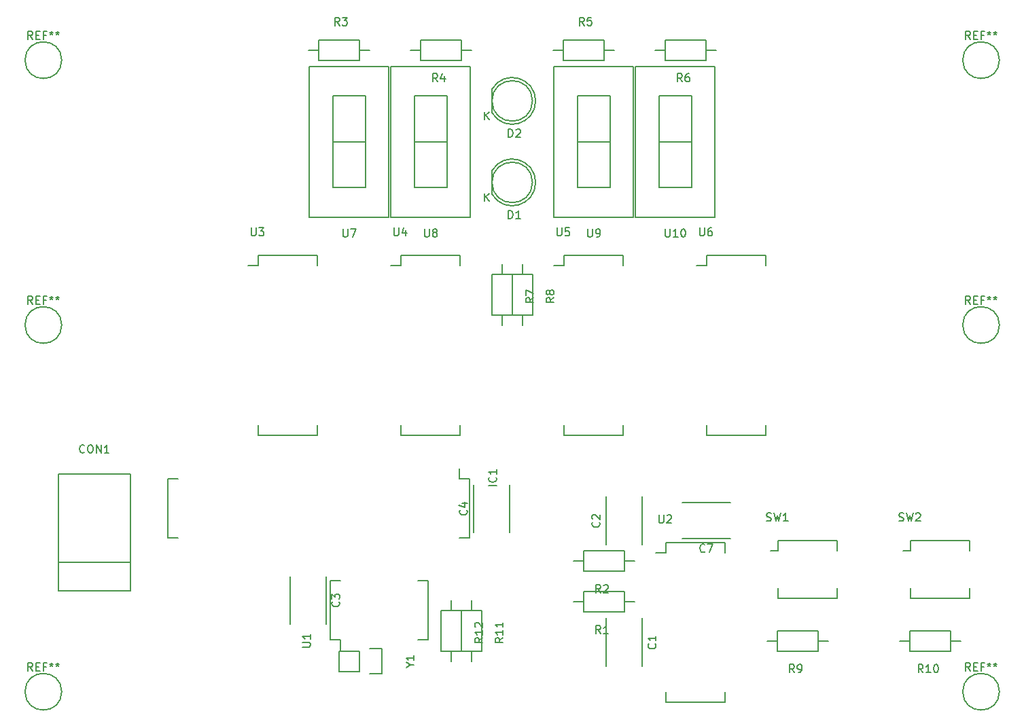
<source format=gbr>
G04 #@! TF.FileFunction,Legend,Top*
%FSLAX46Y46*%
G04 Gerber Fmt 4.6, Leading zero omitted, Abs format (unit mm)*
G04 Created by KiCad (PCBNEW (2015-12-07 BZR 6352)-product) date Fri 22 Apr 2016 06:39:40 PM EDT*
%MOMM*%
G01*
G04 APERTURE LIST*
%ADD10C,0.100000*%
%ADD11C,0.150000*%
G04 APERTURE END LIST*
D10*
D11*
X51308000Y73660000D02*
X51308000Y79375000D01*
X51308000Y79375000D02*
X55372000Y79375000D01*
X55372000Y79375000D02*
X55372000Y67945000D01*
X55372000Y67945000D02*
X51308000Y67945000D01*
X51308000Y67945000D02*
X51308000Y73660000D01*
X51308000Y73660000D02*
X55372000Y73660000D01*
X48387000Y64262000D02*
X58293000Y64262000D01*
X58293000Y64262000D02*
X58293000Y83058000D01*
X58293000Y83058000D02*
X48387000Y83058000D01*
X48387000Y83058000D02*
X48387000Y64262000D01*
X6929120Y21198840D02*
X15930880Y21198840D01*
X6929120Y17698720D02*
X15930880Y17698720D01*
X15930880Y17698720D02*
X15930880Y32199580D01*
X15930880Y32199580D02*
X6929120Y32199580D01*
X6929120Y32199580D02*
X6929120Y17698720D01*
X82685000Y23645000D02*
X82685000Y22375000D01*
X90035000Y23645000D02*
X90035000Y22375000D01*
X90035000Y3815000D02*
X90035000Y5085000D01*
X82685000Y3815000D02*
X82685000Y5085000D01*
X82685000Y23645000D02*
X90035000Y23645000D01*
X82685000Y3815000D02*
X90035000Y3815000D01*
X82685000Y22375000D02*
X81400000Y22375000D01*
X81788000Y73660000D02*
X81788000Y79375000D01*
X81788000Y79375000D02*
X85852000Y79375000D01*
X85852000Y79375000D02*
X85852000Y67945000D01*
X85852000Y67945000D02*
X81788000Y67945000D01*
X81788000Y67945000D02*
X81788000Y73660000D01*
X81788000Y73660000D02*
X85852000Y73660000D01*
X78867000Y64262000D02*
X88773000Y64262000D01*
X88773000Y64262000D02*
X88773000Y83058000D01*
X88773000Y83058000D02*
X78867000Y83058000D01*
X78867000Y83058000D02*
X78867000Y64262000D01*
X31885000Y59445000D02*
X31885000Y58175000D01*
X39235000Y59445000D02*
X39235000Y58175000D01*
X39235000Y37075000D02*
X39235000Y38345000D01*
X31885000Y37075000D02*
X31885000Y38345000D01*
X31885000Y59445000D02*
X39235000Y59445000D01*
X31885000Y37075000D02*
X39235000Y37075000D01*
X31885000Y58175000D02*
X30600000Y58175000D01*
X79720000Y14230000D02*
X79720000Y8230000D01*
X75220000Y8230000D02*
X75220000Y14230000D01*
X75220000Y23390000D02*
X75220000Y29390000D01*
X79720000Y29390000D02*
X79720000Y23390000D01*
X40310000Y19470000D02*
X40310000Y13470000D01*
X35810000Y13470000D02*
X35810000Y19470000D01*
X58710000Y24900000D02*
X58710000Y30900000D01*
X63210000Y30900000D02*
X63210000Y24900000D01*
X90670000Y24180000D02*
X84670000Y24180000D01*
X84670000Y28680000D02*
X90670000Y28680000D01*
X61015112Y67055096D02*
G75*
G03X61000000Y70080000I2484888J1524904D01*
G01*
X61000000Y67080000D02*
X61000000Y70080000D01*
X66017936Y68580000D02*
G75*
G03X66017936Y68580000I-2517936J0D01*
G01*
X61015112Y77215096D02*
G75*
G03X61000000Y80240000I2484888J1524904D01*
G01*
X61000000Y77240000D02*
X61000000Y80240000D01*
X66017936Y78740000D02*
G75*
G03X66017936Y78740000I-2517936J0D01*
G01*
X58175000Y31615000D02*
X56905000Y31615000D01*
X58175000Y24265000D02*
X56905000Y24265000D01*
X20565000Y24265000D02*
X21835000Y24265000D01*
X20565000Y31615000D02*
X21835000Y31615000D01*
X58175000Y31615000D02*
X58175000Y24265000D01*
X20565000Y31615000D02*
X20565000Y24265000D01*
X56905000Y31615000D02*
X56905000Y32900000D01*
X77470000Y15000000D02*
X72390000Y15000000D01*
X72390000Y15000000D02*
X72390000Y17540000D01*
X72390000Y17540000D02*
X77470000Y17540000D01*
X77470000Y17540000D02*
X77470000Y15000000D01*
X77470000Y16270000D02*
X78740000Y16270000D01*
X72390000Y16270000D02*
X71120000Y16270000D01*
X77470000Y20080000D02*
X72390000Y20080000D01*
X72390000Y20080000D02*
X72390000Y22620000D01*
X72390000Y22620000D02*
X77470000Y22620000D01*
X77470000Y22620000D02*
X77470000Y20080000D01*
X77470000Y21350000D02*
X78740000Y21350000D01*
X72390000Y21350000D02*
X71120000Y21350000D01*
X39370000Y86360000D02*
X44450000Y86360000D01*
X44450000Y86360000D02*
X44450000Y83820000D01*
X44450000Y83820000D02*
X39370000Y83820000D01*
X39370000Y83820000D02*
X39370000Y86360000D01*
X39370000Y85090000D02*
X38100000Y85090000D01*
X44450000Y85090000D02*
X45720000Y85090000D01*
X57150000Y83820000D02*
X52070000Y83820000D01*
X52070000Y83820000D02*
X52070000Y86360000D01*
X52070000Y86360000D02*
X57150000Y86360000D01*
X57150000Y86360000D02*
X57150000Y83820000D01*
X57150000Y85090000D02*
X58420000Y85090000D01*
X52070000Y85090000D02*
X50800000Y85090000D01*
X69850000Y86360000D02*
X74930000Y86360000D01*
X74930000Y86360000D02*
X74930000Y83820000D01*
X74930000Y83820000D02*
X69850000Y83820000D01*
X69850000Y83820000D02*
X69850000Y86360000D01*
X69850000Y85090000D02*
X68580000Y85090000D01*
X74930000Y85090000D02*
X76200000Y85090000D01*
X87630000Y83820000D02*
X82550000Y83820000D01*
X82550000Y83820000D02*
X82550000Y86360000D01*
X82550000Y86360000D02*
X87630000Y86360000D01*
X87630000Y86360000D02*
X87630000Y83820000D01*
X87630000Y85090000D02*
X88900000Y85090000D01*
X82550000Y85090000D02*
X81280000Y85090000D01*
X63500000Y57150000D02*
X63500000Y52070000D01*
X63500000Y52070000D02*
X60960000Y52070000D01*
X60960000Y52070000D02*
X60960000Y57150000D01*
X60960000Y57150000D02*
X63500000Y57150000D01*
X62230000Y57150000D02*
X62230000Y58420000D01*
X62230000Y52070000D02*
X62230000Y50800000D01*
X66040000Y57150000D02*
X66040000Y52070000D01*
X66040000Y52070000D02*
X63500000Y52070000D01*
X63500000Y52070000D02*
X63500000Y57150000D01*
X63500000Y57150000D02*
X66040000Y57150000D01*
X64770000Y57150000D02*
X64770000Y58420000D01*
X64770000Y52070000D02*
X64770000Y50800000D01*
X101600000Y10160000D02*
X96520000Y10160000D01*
X96520000Y10160000D02*
X96520000Y12700000D01*
X96520000Y12700000D02*
X101600000Y12700000D01*
X101600000Y12700000D02*
X101600000Y10160000D01*
X101600000Y11430000D02*
X102870000Y11430000D01*
X96520000Y11430000D02*
X95250000Y11430000D01*
X118110000Y10160000D02*
X113030000Y10160000D01*
X113030000Y10160000D02*
X113030000Y12700000D01*
X113030000Y12700000D02*
X118110000Y12700000D01*
X118110000Y12700000D02*
X118110000Y10160000D01*
X118110000Y11430000D02*
X119380000Y11430000D01*
X113030000Y11430000D02*
X111760000Y11430000D01*
X96655000Y23885000D02*
X96655000Y22615000D01*
X104005000Y23885000D02*
X104005000Y22615000D01*
X104005000Y16755000D02*
X104005000Y18025000D01*
X96655000Y16755000D02*
X96655000Y18025000D01*
X96655000Y23885000D02*
X104005000Y23885000D01*
X96655000Y16755000D02*
X104005000Y16755000D01*
X96655000Y22615000D02*
X95720000Y22615000D01*
X113165000Y23885000D02*
X113165000Y22615000D01*
X120515000Y23885000D02*
X120515000Y22615000D01*
X120515000Y16755000D02*
X120515000Y18025000D01*
X113165000Y16755000D02*
X113165000Y18025000D01*
X113165000Y23885000D02*
X120515000Y23885000D01*
X113165000Y16755000D02*
X120515000Y16755000D01*
X113165000Y22615000D02*
X112230000Y22615000D01*
X40845000Y11565000D02*
X42115000Y11565000D01*
X40845000Y18915000D02*
X42115000Y18915000D01*
X53055000Y18915000D02*
X51785000Y18915000D01*
X53055000Y11565000D02*
X51785000Y11565000D01*
X40845000Y11565000D02*
X40845000Y18915000D01*
X53055000Y11565000D02*
X53055000Y18915000D01*
X42115000Y11565000D02*
X42115000Y10280000D01*
X49665000Y59445000D02*
X49665000Y58175000D01*
X57015000Y59445000D02*
X57015000Y58175000D01*
X57015000Y37075000D02*
X57015000Y38345000D01*
X49665000Y37075000D02*
X49665000Y38345000D01*
X49665000Y59445000D02*
X57015000Y59445000D01*
X49665000Y37075000D02*
X57015000Y37075000D01*
X49665000Y58175000D02*
X48380000Y58175000D01*
X69985000Y59445000D02*
X69985000Y58175000D01*
X77335000Y59445000D02*
X77335000Y58175000D01*
X77335000Y37075000D02*
X77335000Y38345000D01*
X69985000Y37075000D02*
X69985000Y38345000D01*
X69985000Y59445000D02*
X77335000Y59445000D01*
X69985000Y37075000D02*
X77335000Y37075000D01*
X69985000Y58175000D02*
X68700000Y58175000D01*
X87765000Y59445000D02*
X87765000Y58175000D01*
X95115000Y59445000D02*
X95115000Y58175000D01*
X95115000Y37075000D02*
X95115000Y38345000D01*
X87765000Y37075000D02*
X87765000Y38345000D01*
X87765000Y59445000D02*
X95115000Y59445000D01*
X87765000Y37075000D02*
X95115000Y37075000D01*
X87765000Y58175000D02*
X86480000Y58175000D01*
X41148000Y73660000D02*
X41148000Y79375000D01*
X41148000Y79375000D02*
X45212000Y79375000D01*
X45212000Y79375000D02*
X45212000Y67945000D01*
X45212000Y67945000D02*
X41148000Y67945000D01*
X41148000Y67945000D02*
X41148000Y73660000D01*
X41148000Y73660000D02*
X45212000Y73660000D01*
X38227000Y64262000D02*
X48133000Y64262000D01*
X48133000Y64262000D02*
X48133000Y83058000D01*
X48133000Y83058000D02*
X38227000Y83058000D01*
X38227000Y83058000D02*
X38227000Y64262000D01*
X71628000Y73660000D02*
X71628000Y79375000D01*
X71628000Y79375000D02*
X75692000Y79375000D01*
X75692000Y79375000D02*
X75692000Y67945000D01*
X75692000Y67945000D02*
X71628000Y67945000D01*
X71628000Y67945000D02*
X71628000Y73660000D01*
X71628000Y73660000D02*
X75692000Y73660000D01*
X68707000Y64262000D02*
X78613000Y64262000D01*
X78613000Y64262000D02*
X78613000Y83058000D01*
X78613000Y83058000D02*
X68707000Y83058000D01*
X68707000Y83058000D02*
X68707000Y64262000D01*
X59690000Y15240000D02*
X59690000Y10160000D01*
X59690000Y10160000D02*
X57150000Y10160000D01*
X57150000Y10160000D02*
X57150000Y15240000D01*
X57150000Y15240000D02*
X59690000Y15240000D01*
X58420000Y15240000D02*
X58420000Y16510000D01*
X58420000Y10160000D02*
X58420000Y8890000D01*
X57150000Y15240000D02*
X57150000Y10160000D01*
X57150000Y10160000D02*
X54610000Y10160000D01*
X54610000Y10160000D02*
X54610000Y15240000D01*
X54610000Y15240000D02*
X57150000Y15240000D01*
X55880000Y15240000D02*
X55880000Y16510000D01*
X55880000Y10160000D02*
X55880000Y8890000D01*
X44450000Y7620000D02*
X41910000Y7620000D01*
X47270000Y7340000D02*
X45720000Y7340000D01*
X44450000Y7620000D02*
X44450000Y10160000D01*
X45720000Y10440000D02*
X47270000Y10440000D01*
X47270000Y10440000D02*
X47270000Y7340000D01*
X44450000Y10160000D02*
X41910000Y10160000D01*
X41910000Y10160000D02*
X41910000Y7620000D01*
X124206000Y83820000D02*
G75*
G03X124206000Y83820000I-2286000J0D01*
G01*
X124206000Y5080000D02*
G75*
G03X124206000Y5080000I-2286000J0D01*
G01*
X7366000Y5080000D02*
G75*
G03X7366000Y5080000I-2286000J0D01*
G01*
X7366000Y83820000D02*
G75*
G03X7366000Y83820000I-2286000J0D01*
G01*
X7366000Y50800000D02*
G75*
G03X7366000Y50800000I-2286000J0D01*
G01*
X124206000Y50800000D02*
G75*
G03X124206000Y50800000I-2286000J0D01*
G01*
X52578095Y62777619D02*
X52578095Y61968095D01*
X52625714Y61872857D01*
X52673333Y61825238D01*
X52768571Y61777619D01*
X52959048Y61777619D01*
X53054286Y61825238D01*
X53101905Y61872857D01*
X53149524Y61968095D01*
X53149524Y62777619D01*
X53768571Y62349048D02*
X53673333Y62396667D01*
X53625714Y62444286D01*
X53578095Y62539524D01*
X53578095Y62587143D01*
X53625714Y62682381D01*
X53673333Y62730000D01*
X53768571Y62777619D01*
X53959048Y62777619D01*
X54054286Y62730000D01*
X54101905Y62682381D01*
X54149524Y62587143D01*
X54149524Y62539524D01*
X54101905Y62444286D01*
X54054286Y62396667D01*
X53959048Y62349048D01*
X53768571Y62349048D01*
X53673333Y62301429D01*
X53625714Y62253810D01*
X53578095Y62158571D01*
X53578095Y61968095D01*
X53625714Y61872857D01*
X53673333Y61825238D01*
X53768571Y61777619D01*
X53959048Y61777619D01*
X54054286Y61825238D01*
X54101905Y61872857D01*
X54149524Y61968095D01*
X54149524Y62158571D01*
X54101905Y62253810D01*
X54054286Y62301429D01*
X53959048Y62349048D01*
X10215715Y34941237D02*
X10168096Y34893618D01*
X10025239Y34845999D01*
X9930001Y34845999D01*
X9787143Y34893618D01*
X9691905Y34988856D01*
X9644286Y35084094D01*
X9596667Y35274570D01*
X9596667Y35417428D01*
X9644286Y35607904D01*
X9691905Y35703142D01*
X9787143Y35798380D01*
X9930001Y35845999D01*
X10025239Y35845999D01*
X10168096Y35798380D01*
X10215715Y35750761D01*
X10834762Y35845999D02*
X11025239Y35845999D01*
X11120477Y35798380D01*
X11215715Y35703142D01*
X11263334Y35512666D01*
X11263334Y35179332D01*
X11215715Y34988856D01*
X11120477Y34893618D01*
X11025239Y34845999D01*
X10834762Y34845999D01*
X10739524Y34893618D01*
X10644286Y34988856D01*
X10596667Y35179332D01*
X10596667Y35512666D01*
X10644286Y35703142D01*
X10739524Y35798380D01*
X10834762Y35845999D01*
X11691905Y34845999D02*
X11691905Y35845999D01*
X12263334Y34845999D01*
X12263334Y35845999D01*
X13263334Y34845999D02*
X12691905Y34845999D01*
X12977619Y34845999D02*
X12977619Y35845999D01*
X12882381Y35703142D01*
X12787143Y35607904D01*
X12691905Y35560285D01*
X81788095Y27117619D02*
X81788095Y26308095D01*
X81835714Y26212857D01*
X81883333Y26165238D01*
X81978571Y26117619D01*
X82169048Y26117619D01*
X82264286Y26165238D01*
X82311905Y26212857D01*
X82359524Y26308095D01*
X82359524Y27117619D01*
X82788095Y27022381D02*
X82835714Y27070000D01*
X82930952Y27117619D01*
X83169048Y27117619D01*
X83264286Y27070000D01*
X83311905Y27022381D01*
X83359524Y26927143D01*
X83359524Y26831905D01*
X83311905Y26689048D01*
X82740476Y26117619D01*
X83359524Y26117619D01*
X82581905Y62777619D02*
X82581905Y61968095D01*
X82629524Y61872857D01*
X82677143Y61825238D01*
X82772381Y61777619D01*
X82962858Y61777619D01*
X83058096Y61825238D01*
X83105715Y61872857D01*
X83153334Y61968095D01*
X83153334Y62777619D01*
X84153334Y61777619D02*
X83581905Y61777619D01*
X83867619Y61777619D02*
X83867619Y62777619D01*
X83772381Y62634762D01*
X83677143Y62539524D01*
X83581905Y62491905D01*
X84772381Y62777619D02*
X84867620Y62777619D01*
X84962858Y62730000D01*
X85010477Y62682381D01*
X85058096Y62587143D01*
X85105715Y62396667D01*
X85105715Y62158571D01*
X85058096Y61968095D01*
X85010477Y61872857D01*
X84962858Y61825238D01*
X84867620Y61777619D01*
X84772381Y61777619D01*
X84677143Y61825238D01*
X84629524Y61872857D01*
X84581905Y61968095D01*
X84534286Y62158571D01*
X84534286Y62396667D01*
X84581905Y62587143D01*
X84629524Y62682381D01*
X84677143Y62730000D01*
X84772381Y62777619D01*
X30988095Y62917619D02*
X30988095Y62108095D01*
X31035714Y62012857D01*
X31083333Y61965238D01*
X31178571Y61917619D01*
X31369048Y61917619D01*
X31464286Y61965238D01*
X31511905Y62012857D01*
X31559524Y62108095D01*
X31559524Y62917619D01*
X31940476Y62917619D02*
X32559524Y62917619D01*
X32226190Y62536667D01*
X32369048Y62536667D01*
X32464286Y62489048D01*
X32511905Y62441429D01*
X32559524Y62346190D01*
X32559524Y62108095D01*
X32511905Y62012857D01*
X32464286Y61965238D01*
X32369048Y61917619D01*
X32083333Y61917619D01*
X31988095Y61965238D01*
X31940476Y62012857D01*
X81327143Y11063334D02*
X81374762Y11015715D01*
X81422381Y10872858D01*
X81422381Y10777620D01*
X81374762Y10634762D01*
X81279524Y10539524D01*
X81184286Y10491905D01*
X80993810Y10444286D01*
X80850952Y10444286D01*
X80660476Y10491905D01*
X80565238Y10539524D01*
X80470000Y10634762D01*
X80422381Y10777620D01*
X80422381Y10872858D01*
X80470000Y11015715D01*
X80517619Y11063334D01*
X81422381Y12015715D02*
X81422381Y11444286D01*
X81422381Y11730000D02*
X80422381Y11730000D01*
X80565238Y11634762D01*
X80660476Y11539524D01*
X80708095Y11444286D01*
X74327143Y26223334D02*
X74374762Y26175715D01*
X74422381Y26032858D01*
X74422381Y25937620D01*
X74374762Y25794762D01*
X74279524Y25699524D01*
X74184286Y25651905D01*
X73993810Y25604286D01*
X73850952Y25604286D01*
X73660476Y25651905D01*
X73565238Y25699524D01*
X73470000Y25794762D01*
X73422381Y25937620D01*
X73422381Y26032858D01*
X73470000Y26175715D01*
X73517619Y26223334D01*
X73517619Y26604286D02*
X73470000Y26651905D01*
X73422381Y26747143D01*
X73422381Y26985239D01*
X73470000Y27080477D01*
X73517619Y27128096D01*
X73612857Y27175715D01*
X73708095Y27175715D01*
X73850952Y27128096D01*
X74422381Y26556667D01*
X74422381Y27175715D01*
X41917143Y16303334D02*
X41964762Y16255715D01*
X42012381Y16112858D01*
X42012381Y16017620D01*
X41964762Y15874762D01*
X41869524Y15779524D01*
X41774286Y15731905D01*
X41583810Y15684286D01*
X41440952Y15684286D01*
X41250476Y15731905D01*
X41155238Y15779524D01*
X41060000Y15874762D01*
X41012381Y16017620D01*
X41012381Y16112858D01*
X41060000Y16255715D01*
X41107619Y16303334D01*
X41012381Y16636667D02*
X41012381Y17255715D01*
X41393333Y16922381D01*
X41393333Y17065239D01*
X41440952Y17160477D01*
X41488571Y17208096D01*
X41583810Y17255715D01*
X41821905Y17255715D01*
X41917143Y17208096D01*
X41964762Y17160477D01*
X42012381Y17065239D01*
X42012381Y16779524D01*
X41964762Y16684286D01*
X41917143Y16636667D01*
X57817143Y27733334D02*
X57864762Y27685715D01*
X57912381Y27542858D01*
X57912381Y27447620D01*
X57864762Y27304762D01*
X57769524Y27209524D01*
X57674286Y27161905D01*
X57483810Y27114286D01*
X57340952Y27114286D01*
X57150476Y27161905D01*
X57055238Y27209524D01*
X56960000Y27304762D01*
X56912381Y27447620D01*
X56912381Y27542858D01*
X56960000Y27685715D01*
X57007619Y27733334D01*
X57245714Y28590477D02*
X57912381Y28590477D01*
X56864762Y28352381D02*
X57579048Y28114286D01*
X57579048Y28733334D01*
X87503334Y22572857D02*
X87455715Y22525238D01*
X87312858Y22477619D01*
X87217620Y22477619D01*
X87074762Y22525238D01*
X86979524Y22620476D01*
X86931905Y22715714D01*
X86884286Y22906190D01*
X86884286Y23049048D01*
X86931905Y23239524D01*
X86979524Y23334762D01*
X87074762Y23430000D01*
X87217620Y23477619D01*
X87312858Y23477619D01*
X87455715Y23430000D01*
X87503334Y23382381D01*
X87836667Y23477619D02*
X88503334Y23477619D01*
X88074762Y22477619D01*
X63015905Y64063619D02*
X63015905Y65063619D01*
X63254000Y65063619D01*
X63396858Y65016000D01*
X63492096Y64920762D01*
X63539715Y64825524D01*
X63587334Y64635048D01*
X63587334Y64492190D01*
X63539715Y64301714D01*
X63492096Y64206476D01*
X63396858Y64111238D01*
X63254000Y64063619D01*
X63015905Y64063619D01*
X64539715Y64063619D02*
X63968286Y64063619D01*
X64254000Y64063619D02*
X64254000Y65063619D01*
X64158762Y64920762D01*
X64063524Y64825524D01*
X63968286Y64777905D01*
X60063095Y66222619D02*
X60063095Y67222619D01*
X60634524Y66222619D02*
X60205952Y66794048D01*
X60634524Y67222619D02*
X60063095Y66651190D01*
X63015905Y74223619D02*
X63015905Y75223619D01*
X63254000Y75223619D01*
X63396858Y75176000D01*
X63492096Y75080762D01*
X63539715Y74985524D01*
X63587334Y74795048D01*
X63587334Y74652190D01*
X63539715Y74461714D01*
X63492096Y74366476D01*
X63396858Y74271238D01*
X63254000Y74223619D01*
X63015905Y74223619D01*
X63968286Y75128381D02*
X64015905Y75176000D01*
X64111143Y75223619D01*
X64349239Y75223619D01*
X64444477Y75176000D01*
X64492096Y75128381D01*
X64539715Y75033143D01*
X64539715Y74937905D01*
X64492096Y74795048D01*
X63920667Y74223619D01*
X64539715Y74223619D01*
X60063095Y76382619D02*
X60063095Y77382619D01*
X60634524Y76382619D02*
X60205952Y76954048D01*
X60634524Y77382619D02*
X60063095Y76811190D01*
X61552381Y30773810D02*
X60552381Y30773810D01*
X61457143Y31821429D02*
X61504762Y31773810D01*
X61552381Y31630953D01*
X61552381Y31535715D01*
X61504762Y31392857D01*
X61409524Y31297619D01*
X61314286Y31250000D01*
X61123810Y31202381D01*
X60980952Y31202381D01*
X60790476Y31250000D01*
X60695238Y31297619D01*
X60600000Y31392857D01*
X60552381Y31535715D01*
X60552381Y31630953D01*
X60600000Y31773810D01*
X60647619Y31821429D01*
X61552381Y32773810D02*
X61552381Y32202381D01*
X61552381Y32488095D02*
X60552381Y32488095D01*
X60695238Y32392857D01*
X60790476Y32297619D01*
X60838095Y32202381D01*
X74514414Y12317499D02*
X74181080Y12793690D01*
X73942985Y12317499D02*
X73942985Y13317499D01*
X74323938Y13317499D01*
X74419176Y13269880D01*
X74466795Y13222261D01*
X74514414Y13127023D01*
X74514414Y12984166D01*
X74466795Y12888928D01*
X74419176Y12841309D01*
X74323938Y12793690D01*
X73942985Y12793690D01*
X75466795Y12317499D02*
X74895366Y12317499D01*
X75181080Y12317499D02*
X75181080Y13317499D01*
X75085842Y13174642D01*
X74990604Y13079404D01*
X74895366Y13031785D01*
X74514414Y17397499D02*
X74181080Y17873690D01*
X73942985Y17397499D02*
X73942985Y18397499D01*
X74323938Y18397499D01*
X74419176Y18349880D01*
X74466795Y18302261D01*
X74514414Y18207023D01*
X74514414Y18064166D01*
X74466795Y17968928D01*
X74419176Y17921309D01*
X74323938Y17873690D01*
X73942985Y17873690D01*
X74895366Y18302261D02*
X74942985Y18349880D01*
X75038223Y18397499D01*
X75276319Y18397499D01*
X75371557Y18349880D01*
X75419176Y18302261D01*
X75466795Y18207023D01*
X75466795Y18111785D01*
X75419176Y17968928D01*
X74847747Y17397499D01*
X75466795Y17397499D01*
X41992254Y88137739D02*
X41658920Y88613930D01*
X41420825Y88137739D02*
X41420825Y89137739D01*
X41801778Y89137739D01*
X41897016Y89090120D01*
X41944635Y89042501D01*
X41992254Y88947263D01*
X41992254Y88804406D01*
X41944635Y88709168D01*
X41897016Y88661549D01*
X41801778Y88613930D01*
X41420825Y88613930D01*
X42325587Y89137739D02*
X42944635Y89137739D01*
X42611301Y88756787D01*
X42754159Y88756787D01*
X42849397Y88709168D01*
X42897016Y88661549D01*
X42944635Y88566310D01*
X42944635Y88328215D01*
X42897016Y88232977D01*
X42849397Y88185358D01*
X42754159Y88137739D01*
X42468444Y88137739D01*
X42373206Y88185358D01*
X42325587Y88232977D01*
X54194414Y81137499D02*
X53861080Y81613690D01*
X53622985Y81137499D02*
X53622985Y82137499D01*
X54003938Y82137499D01*
X54099176Y82089880D01*
X54146795Y82042261D01*
X54194414Y81947023D01*
X54194414Y81804166D01*
X54146795Y81708928D01*
X54099176Y81661309D01*
X54003938Y81613690D01*
X53622985Y81613690D01*
X55051557Y81804166D02*
X55051557Y81137499D01*
X54813461Y82185118D02*
X54575366Y81470832D01*
X55194414Y81470832D01*
X72472254Y88137739D02*
X72138920Y88613930D01*
X71900825Y88137739D02*
X71900825Y89137739D01*
X72281778Y89137739D01*
X72377016Y89090120D01*
X72424635Y89042501D01*
X72472254Y88947263D01*
X72472254Y88804406D01*
X72424635Y88709168D01*
X72377016Y88661549D01*
X72281778Y88613930D01*
X71900825Y88613930D01*
X73377016Y89137739D02*
X72900825Y89137739D01*
X72853206Y88661549D01*
X72900825Y88709168D01*
X72996063Y88756787D01*
X73234159Y88756787D01*
X73329397Y88709168D01*
X73377016Y88661549D01*
X73424635Y88566310D01*
X73424635Y88328215D01*
X73377016Y88232977D01*
X73329397Y88185358D01*
X73234159Y88137739D01*
X72996063Y88137739D01*
X72900825Y88185358D01*
X72853206Y88232977D01*
X84674414Y81137499D02*
X84341080Y81613690D01*
X84102985Y81137499D02*
X84102985Y82137499D01*
X84483938Y82137499D01*
X84579176Y82089880D01*
X84626795Y82042261D01*
X84674414Y81947023D01*
X84674414Y81804166D01*
X84626795Y81708928D01*
X84579176Y81661309D01*
X84483938Y81613690D01*
X84102985Y81613690D01*
X85531557Y82137499D02*
X85341080Y82137499D01*
X85245842Y82089880D01*
X85198223Y82042261D01*
X85102985Y81899404D01*
X85055366Y81708928D01*
X85055366Y81327975D01*
X85102985Y81232737D01*
X85150604Y81185118D01*
X85245842Y81137499D01*
X85436319Y81137499D01*
X85531557Y81185118D01*
X85579176Y81232737D01*
X85626795Y81327975D01*
X85626795Y81566070D01*
X85579176Y81661309D01*
X85531557Y81708928D01*
X85436319Y81756547D01*
X85245842Y81756547D01*
X85150604Y81708928D01*
X85102985Y81661309D01*
X85055366Y81566070D01*
X66182501Y54194414D02*
X65706310Y53861080D01*
X66182501Y53622985D02*
X65182501Y53622985D01*
X65182501Y54003938D01*
X65230120Y54099176D01*
X65277739Y54146795D01*
X65372977Y54194414D01*
X65515834Y54194414D01*
X65611072Y54146795D01*
X65658691Y54099176D01*
X65706310Y54003938D01*
X65706310Y53622985D01*
X65182501Y54527747D02*
X65182501Y55194414D01*
X66182501Y54765842D01*
X68722501Y54194414D02*
X68246310Y53861080D01*
X68722501Y53622985D02*
X67722501Y53622985D01*
X67722501Y54003938D01*
X67770120Y54099176D01*
X67817739Y54146795D01*
X67912977Y54194414D01*
X68055834Y54194414D01*
X68151072Y54146795D01*
X68198691Y54099176D01*
X68246310Y54003938D01*
X68246310Y53622985D01*
X68151072Y54765842D02*
X68103453Y54670604D01*
X68055834Y54622985D01*
X67960596Y54575366D01*
X67912977Y54575366D01*
X67817739Y54622985D01*
X67770120Y54670604D01*
X67722501Y54765842D01*
X67722501Y54956319D01*
X67770120Y55051557D01*
X67817739Y55099176D01*
X67912977Y55146795D01*
X67960596Y55146795D01*
X68055834Y55099176D01*
X68103453Y55051557D01*
X68151072Y54956319D01*
X68151072Y54765842D01*
X68198691Y54670604D01*
X68246310Y54622985D01*
X68341549Y54575366D01*
X68532025Y54575366D01*
X68627263Y54622985D01*
X68674882Y54670604D01*
X68722501Y54765842D01*
X68722501Y54956319D01*
X68674882Y55051557D01*
X68627263Y55099176D01*
X68532025Y55146795D01*
X68341549Y55146795D01*
X68246310Y55099176D01*
X68198691Y55051557D01*
X68151072Y54956319D01*
X98644414Y7477499D02*
X98311080Y7953690D01*
X98072985Y7477499D02*
X98072985Y8477499D01*
X98453938Y8477499D01*
X98549176Y8429880D01*
X98596795Y8382261D01*
X98644414Y8287023D01*
X98644414Y8144166D01*
X98596795Y8048928D01*
X98549176Y8001309D01*
X98453938Y7953690D01*
X98072985Y7953690D01*
X99120604Y7477499D02*
X99311080Y7477499D01*
X99406319Y7525118D01*
X99453938Y7572737D01*
X99549176Y7715594D01*
X99596795Y7906070D01*
X99596795Y8287023D01*
X99549176Y8382261D01*
X99501557Y8429880D01*
X99406319Y8477499D01*
X99215842Y8477499D01*
X99120604Y8429880D01*
X99072985Y8382261D01*
X99025366Y8287023D01*
X99025366Y8048928D01*
X99072985Y7953690D01*
X99120604Y7906070D01*
X99215842Y7858451D01*
X99406319Y7858451D01*
X99501557Y7906070D01*
X99549176Y7953690D01*
X99596795Y8048928D01*
X114678223Y7477499D02*
X114344889Y7953690D01*
X114106794Y7477499D02*
X114106794Y8477499D01*
X114487747Y8477499D01*
X114582985Y8429880D01*
X114630604Y8382261D01*
X114678223Y8287023D01*
X114678223Y8144166D01*
X114630604Y8048928D01*
X114582985Y8001309D01*
X114487747Y7953690D01*
X114106794Y7953690D01*
X115630604Y7477499D02*
X115059175Y7477499D01*
X115344889Y7477499D02*
X115344889Y8477499D01*
X115249651Y8334642D01*
X115154413Y8239404D01*
X115059175Y8191785D01*
X116249651Y8477499D02*
X116344890Y8477499D01*
X116440128Y8429880D01*
X116487747Y8382261D01*
X116535366Y8287023D01*
X116582985Y8096547D01*
X116582985Y7858451D01*
X116535366Y7667975D01*
X116487747Y7572737D01*
X116440128Y7525118D01*
X116344890Y7477499D01*
X116249651Y7477499D01*
X116154413Y7525118D01*
X116106794Y7572737D01*
X116059175Y7667975D01*
X116011556Y7858451D01*
X116011556Y8096547D01*
X116059175Y8287023D01*
X116106794Y8382261D01*
X116154413Y8429880D01*
X116249651Y8477499D01*
X95186667Y26405238D02*
X95329524Y26357619D01*
X95567620Y26357619D01*
X95662858Y26405238D01*
X95710477Y26452857D01*
X95758096Y26548095D01*
X95758096Y26643333D01*
X95710477Y26738571D01*
X95662858Y26786190D01*
X95567620Y26833810D01*
X95377143Y26881429D01*
X95281905Y26929048D01*
X95234286Y26976667D01*
X95186667Y27071905D01*
X95186667Y27167143D01*
X95234286Y27262381D01*
X95281905Y27310000D01*
X95377143Y27357619D01*
X95615239Y27357619D01*
X95758096Y27310000D01*
X96091429Y27357619D02*
X96329524Y26357619D01*
X96520001Y27071905D01*
X96710477Y26357619D01*
X96948572Y27357619D01*
X97853334Y26357619D02*
X97281905Y26357619D01*
X97567619Y26357619D02*
X97567619Y27357619D01*
X97472381Y27214762D01*
X97377143Y27119524D01*
X97281905Y27071905D01*
X111696667Y26405238D02*
X111839524Y26357619D01*
X112077620Y26357619D01*
X112172858Y26405238D01*
X112220477Y26452857D01*
X112268096Y26548095D01*
X112268096Y26643333D01*
X112220477Y26738571D01*
X112172858Y26786190D01*
X112077620Y26833810D01*
X111887143Y26881429D01*
X111791905Y26929048D01*
X111744286Y26976667D01*
X111696667Y27071905D01*
X111696667Y27167143D01*
X111744286Y27262381D01*
X111791905Y27310000D01*
X111887143Y27357619D01*
X112125239Y27357619D01*
X112268096Y27310000D01*
X112601429Y27357619D02*
X112839524Y26357619D01*
X113030001Y27071905D01*
X113220477Y26357619D01*
X113458572Y27357619D01*
X113791905Y27262381D02*
X113839524Y27310000D01*
X113934762Y27357619D01*
X114172858Y27357619D01*
X114268096Y27310000D01*
X114315715Y27262381D01*
X114363334Y27167143D01*
X114363334Y27071905D01*
X114315715Y26929048D01*
X113744286Y26357619D01*
X114363334Y26357619D01*
X37372381Y10668095D02*
X38181905Y10668095D01*
X38277143Y10715714D01*
X38324762Y10763333D01*
X38372381Y10858571D01*
X38372381Y11049048D01*
X38324762Y11144286D01*
X38277143Y11191905D01*
X38181905Y11239524D01*
X37372381Y11239524D01*
X38372381Y12239524D02*
X38372381Y11668095D01*
X38372381Y11953809D02*
X37372381Y11953809D01*
X37515238Y11858571D01*
X37610476Y11763333D01*
X37658095Y11668095D01*
X48768095Y62917619D02*
X48768095Y62108095D01*
X48815714Y62012857D01*
X48863333Y61965238D01*
X48958571Y61917619D01*
X49149048Y61917619D01*
X49244286Y61965238D01*
X49291905Y62012857D01*
X49339524Y62108095D01*
X49339524Y62917619D01*
X50244286Y62584286D02*
X50244286Y61917619D01*
X50006190Y62965238D02*
X49768095Y62250952D01*
X50387143Y62250952D01*
X69088095Y62917619D02*
X69088095Y62108095D01*
X69135714Y62012857D01*
X69183333Y61965238D01*
X69278571Y61917619D01*
X69469048Y61917619D01*
X69564286Y61965238D01*
X69611905Y62012857D01*
X69659524Y62108095D01*
X69659524Y62917619D01*
X70611905Y62917619D02*
X70135714Y62917619D01*
X70088095Y62441429D01*
X70135714Y62489048D01*
X70230952Y62536667D01*
X70469048Y62536667D01*
X70564286Y62489048D01*
X70611905Y62441429D01*
X70659524Y62346190D01*
X70659524Y62108095D01*
X70611905Y62012857D01*
X70564286Y61965238D01*
X70469048Y61917619D01*
X70230952Y61917619D01*
X70135714Y61965238D01*
X70088095Y62012857D01*
X86868095Y62917619D02*
X86868095Y62108095D01*
X86915714Y62012857D01*
X86963333Y61965238D01*
X87058571Y61917619D01*
X87249048Y61917619D01*
X87344286Y61965238D01*
X87391905Y62012857D01*
X87439524Y62108095D01*
X87439524Y62917619D01*
X88344286Y62917619D02*
X88153809Y62917619D01*
X88058571Y62870000D01*
X88010952Y62822381D01*
X87915714Y62679524D01*
X87868095Y62489048D01*
X87868095Y62108095D01*
X87915714Y62012857D01*
X87963333Y61965238D01*
X88058571Y61917619D01*
X88249048Y61917619D01*
X88344286Y61965238D01*
X88391905Y62012857D01*
X88439524Y62108095D01*
X88439524Y62346190D01*
X88391905Y62441429D01*
X88344286Y62489048D01*
X88249048Y62536667D01*
X88058571Y62536667D01*
X87963333Y62489048D01*
X87915714Y62441429D01*
X87868095Y62346190D01*
X42418095Y62777619D02*
X42418095Y61968095D01*
X42465714Y61872857D01*
X42513333Y61825238D01*
X42608571Y61777619D01*
X42799048Y61777619D01*
X42894286Y61825238D01*
X42941905Y61872857D01*
X42989524Y61968095D01*
X42989524Y62777619D01*
X43370476Y62777619D02*
X44037143Y62777619D01*
X43608571Y61777619D01*
X72898095Y62777619D02*
X72898095Y61968095D01*
X72945714Y61872857D01*
X72993333Y61825238D01*
X73088571Y61777619D01*
X73279048Y61777619D01*
X73374286Y61825238D01*
X73421905Y61872857D01*
X73469524Y61968095D01*
X73469524Y62777619D01*
X73993333Y61777619D02*
X74183809Y61777619D01*
X74279048Y61825238D01*
X74326667Y61872857D01*
X74421905Y62015714D01*
X74469524Y62206190D01*
X74469524Y62587143D01*
X74421905Y62682381D01*
X74374286Y62730000D01*
X74279048Y62777619D01*
X74088571Y62777619D01*
X73993333Y62730000D01*
X73945714Y62682381D01*
X73898095Y62587143D01*
X73898095Y62349048D01*
X73945714Y62253810D01*
X73993333Y62206190D01*
X74088571Y62158571D01*
X74279048Y62158571D01*
X74374286Y62206190D01*
X74421905Y62253810D01*
X74469524Y62349048D01*
X62372501Y11808223D02*
X61896310Y11474889D01*
X62372501Y11236794D02*
X61372501Y11236794D01*
X61372501Y11617747D01*
X61420120Y11712985D01*
X61467739Y11760604D01*
X61562977Y11808223D01*
X61705834Y11808223D01*
X61801072Y11760604D01*
X61848691Y11712985D01*
X61896310Y11617747D01*
X61896310Y11236794D01*
X62372501Y12760604D02*
X62372501Y12189175D01*
X62372501Y12474889D02*
X61372501Y12474889D01*
X61515358Y12379651D01*
X61610596Y12284413D01*
X61658215Y12189175D01*
X62372501Y13712985D02*
X62372501Y13141556D01*
X62372501Y13427270D02*
X61372501Y13427270D01*
X61515358Y13332032D01*
X61610596Y13236794D01*
X61658215Y13141556D01*
X59832501Y11808223D02*
X59356310Y11474889D01*
X59832501Y11236794D02*
X58832501Y11236794D01*
X58832501Y11617747D01*
X58880120Y11712985D01*
X58927739Y11760604D01*
X59022977Y11808223D01*
X59165834Y11808223D01*
X59261072Y11760604D01*
X59308691Y11712985D01*
X59356310Y11617747D01*
X59356310Y11236794D01*
X59832501Y12760604D02*
X59832501Y12189175D01*
X59832501Y12474889D02*
X58832501Y12474889D01*
X58975358Y12379651D01*
X59070596Y12284413D01*
X59118215Y12189175D01*
X58927739Y13141556D02*
X58880120Y13189175D01*
X58832501Y13284413D01*
X58832501Y13522509D01*
X58880120Y13617747D01*
X58927739Y13665366D01*
X59022977Y13712985D01*
X59118215Y13712985D01*
X59261072Y13665366D01*
X59832501Y13093937D01*
X59832501Y13712985D01*
X50796190Y8413809D02*
X51272381Y8413809D01*
X50272381Y8080476D02*
X50796190Y8413809D01*
X50272381Y8747143D01*
X51272381Y9604286D02*
X51272381Y9032857D01*
X51272381Y9318571D02*
X50272381Y9318571D01*
X50415238Y9223333D01*
X50510476Y9128095D01*
X50558095Y9032857D01*
X120586667Y86415619D02*
X120253333Y86891810D01*
X120015238Y86415619D02*
X120015238Y87415619D01*
X120396191Y87415619D01*
X120491429Y87368000D01*
X120539048Y87320381D01*
X120586667Y87225143D01*
X120586667Y87082286D01*
X120539048Y86987048D01*
X120491429Y86939429D01*
X120396191Y86891810D01*
X120015238Y86891810D01*
X121015238Y86939429D02*
X121348572Y86939429D01*
X121491429Y86415619D02*
X121015238Y86415619D01*
X121015238Y87415619D01*
X121491429Y87415619D01*
X122253334Y86939429D02*
X121920000Y86939429D01*
X121920000Y86415619D02*
X121920000Y87415619D01*
X122396191Y87415619D01*
X122920000Y87415619D02*
X122920000Y87177524D01*
X122681905Y87272762D02*
X122920000Y87177524D01*
X123158096Y87272762D01*
X122777143Y86987048D02*
X122920000Y87177524D01*
X123062858Y86987048D01*
X123681905Y87415619D02*
X123681905Y87177524D01*
X123443810Y87272762D02*
X123681905Y87177524D01*
X123920001Y87272762D01*
X123539048Y86987048D02*
X123681905Y87177524D01*
X123824763Y86987048D01*
X120586667Y7675619D02*
X120253333Y8151810D01*
X120015238Y7675619D02*
X120015238Y8675619D01*
X120396191Y8675619D01*
X120491429Y8628000D01*
X120539048Y8580381D01*
X120586667Y8485143D01*
X120586667Y8342286D01*
X120539048Y8247048D01*
X120491429Y8199429D01*
X120396191Y8151810D01*
X120015238Y8151810D01*
X121015238Y8199429D02*
X121348572Y8199429D01*
X121491429Y7675619D02*
X121015238Y7675619D01*
X121015238Y8675619D01*
X121491429Y8675619D01*
X122253334Y8199429D02*
X121920000Y8199429D01*
X121920000Y7675619D02*
X121920000Y8675619D01*
X122396191Y8675619D01*
X122920000Y8675619D02*
X122920000Y8437524D01*
X122681905Y8532762D02*
X122920000Y8437524D01*
X123158096Y8532762D01*
X122777143Y8247048D02*
X122920000Y8437524D01*
X123062858Y8247048D01*
X123681905Y8675619D02*
X123681905Y8437524D01*
X123443810Y8532762D02*
X123681905Y8437524D01*
X123920001Y8532762D01*
X123539048Y8247048D02*
X123681905Y8437524D01*
X123824763Y8247048D01*
X3746667Y7675619D02*
X3413333Y8151810D01*
X3175238Y7675619D02*
X3175238Y8675619D01*
X3556191Y8675619D01*
X3651429Y8628000D01*
X3699048Y8580381D01*
X3746667Y8485143D01*
X3746667Y8342286D01*
X3699048Y8247048D01*
X3651429Y8199429D01*
X3556191Y8151810D01*
X3175238Y8151810D01*
X4175238Y8199429D02*
X4508572Y8199429D01*
X4651429Y7675619D02*
X4175238Y7675619D01*
X4175238Y8675619D01*
X4651429Y8675619D01*
X5413334Y8199429D02*
X5080000Y8199429D01*
X5080000Y7675619D02*
X5080000Y8675619D01*
X5556191Y8675619D01*
X6080000Y8675619D02*
X6080000Y8437524D01*
X5841905Y8532762D02*
X6080000Y8437524D01*
X6318096Y8532762D01*
X5937143Y8247048D02*
X6080000Y8437524D01*
X6222858Y8247048D01*
X6841905Y8675619D02*
X6841905Y8437524D01*
X6603810Y8532762D02*
X6841905Y8437524D01*
X7080001Y8532762D01*
X6699048Y8247048D02*
X6841905Y8437524D01*
X6984763Y8247048D01*
X3746667Y86415619D02*
X3413333Y86891810D01*
X3175238Y86415619D02*
X3175238Y87415619D01*
X3556191Y87415619D01*
X3651429Y87368000D01*
X3699048Y87320381D01*
X3746667Y87225143D01*
X3746667Y87082286D01*
X3699048Y86987048D01*
X3651429Y86939429D01*
X3556191Y86891810D01*
X3175238Y86891810D01*
X4175238Y86939429D02*
X4508572Y86939429D01*
X4651429Y86415619D02*
X4175238Y86415619D01*
X4175238Y87415619D01*
X4651429Y87415619D01*
X5413334Y86939429D02*
X5080000Y86939429D01*
X5080000Y86415619D02*
X5080000Y87415619D01*
X5556191Y87415619D01*
X6080000Y87415619D02*
X6080000Y87177524D01*
X5841905Y87272762D02*
X6080000Y87177524D01*
X6318096Y87272762D01*
X5937143Y86987048D02*
X6080000Y87177524D01*
X6222858Y86987048D01*
X6841905Y87415619D02*
X6841905Y87177524D01*
X6603810Y87272762D02*
X6841905Y87177524D01*
X7080001Y87272762D01*
X6699048Y86987048D02*
X6841905Y87177524D01*
X6984763Y86987048D01*
X3746667Y53395619D02*
X3413333Y53871810D01*
X3175238Y53395619D02*
X3175238Y54395619D01*
X3556191Y54395619D01*
X3651429Y54348000D01*
X3699048Y54300381D01*
X3746667Y54205143D01*
X3746667Y54062286D01*
X3699048Y53967048D01*
X3651429Y53919429D01*
X3556191Y53871810D01*
X3175238Y53871810D01*
X4175238Y53919429D02*
X4508572Y53919429D01*
X4651429Y53395619D02*
X4175238Y53395619D01*
X4175238Y54395619D01*
X4651429Y54395619D01*
X5413334Y53919429D02*
X5080000Y53919429D01*
X5080000Y53395619D02*
X5080000Y54395619D01*
X5556191Y54395619D01*
X6080000Y54395619D02*
X6080000Y54157524D01*
X5841905Y54252762D02*
X6080000Y54157524D01*
X6318096Y54252762D01*
X5937143Y53967048D02*
X6080000Y54157524D01*
X6222858Y53967048D01*
X6841905Y54395619D02*
X6841905Y54157524D01*
X6603810Y54252762D02*
X6841905Y54157524D01*
X7080001Y54252762D01*
X6699048Y53967048D02*
X6841905Y54157524D01*
X6984763Y53967048D01*
X120586667Y53395619D02*
X120253333Y53871810D01*
X120015238Y53395619D02*
X120015238Y54395619D01*
X120396191Y54395619D01*
X120491429Y54348000D01*
X120539048Y54300381D01*
X120586667Y54205143D01*
X120586667Y54062286D01*
X120539048Y53967048D01*
X120491429Y53919429D01*
X120396191Y53871810D01*
X120015238Y53871810D01*
X121015238Y53919429D02*
X121348572Y53919429D01*
X121491429Y53395619D02*
X121015238Y53395619D01*
X121015238Y54395619D01*
X121491429Y54395619D01*
X122253334Y53919429D02*
X121920000Y53919429D01*
X121920000Y53395619D02*
X121920000Y54395619D01*
X122396191Y54395619D01*
X122920000Y54395619D02*
X122920000Y54157524D01*
X122681905Y54252762D02*
X122920000Y54157524D01*
X123158096Y54252762D01*
X122777143Y53967048D02*
X122920000Y54157524D01*
X123062858Y53967048D01*
X123681905Y54395619D02*
X123681905Y54157524D01*
X123443810Y54252762D02*
X123681905Y54157524D01*
X123920001Y54252762D01*
X123539048Y53967048D02*
X123681905Y54157524D01*
X123824763Y53967048D01*
M02*

</source>
